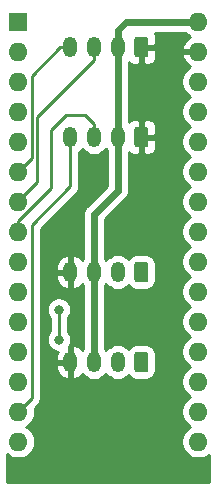
<source format=gbr>
G04 #@! TF.GenerationSoftware,KiCad,Pcbnew,(5.1.6-0-10_14)*
G04 #@! TF.CreationDate,2020-08-29T18:54:40+02:00*
G04 #@! TF.ProjectId,NanoFan,4e616e6f-4661-46e2-9e6b-696361645f70,rev?*
G04 #@! TF.SameCoordinates,Original*
G04 #@! TF.FileFunction,Copper,L1,Top*
G04 #@! TF.FilePolarity,Positive*
%FSLAX46Y46*%
G04 Gerber Fmt 4.6, Leading zero omitted, Abs format (unit mm)*
G04 Created by KiCad (PCBNEW (5.1.6-0-10_14)) date 2020-08-29 18:54:40*
%MOMM*%
%LPD*%
G01*
G04 APERTURE LIST*
G04 #@! TA.AperFunction,ComponentPad*
%ADD10O,1.600000X1.600000*%
G04 #@! TD*
G04 #@! TA.AperFunction,ComponentPad*
%ADD11R,1.600000X1.600000*%
G04 #@! TD*
G04 #@! TA.AperFunction,ComponentPad*
%ADD12O,1.200000X1.750000*%
G04 #@! TD*
G04 #@! TA.AperFunction,ViaPad*
%ADD13C,0.800000*%
G04 #@! TD*
G04 #@! TA.AperFunction,Conductor*
%ADD14C,0.600000*%
G04 #@! TD*
G04 #@! TA.AperFunction,Conductor*
%ADD15C,0.250000*%
G04 #@! TD*
G04 #@! TA.AperFunction,Conductor*
%ADD16C,0.254000*%
G04 #@! TD*
G04 APERTURE END LIST*
D10*
X140081000Y-122936000D03*
X124841000Y-122936000D03*
X140081000Y-87376000D03*
X124841000Y-120396000D03*
X140081000Y-89916000D03*
X124841000Y-117856000D03*
X140081000Y-92456000D03*
X124841000Y-115316000D03*
X140081000Y-94996000D03*
X124841000Y-112776000D03*
X140081000Y-97536000D03*
X124841000Y-110236000D03*
X140081000Y-100076000D03*
X124841000Y-107696000D03*
X140081000Y-102616000D03*
X124841000Y-105156000D03*
X140081000Y-105156000D03*
X124841000Y-102616000D03*
X140081000Y-107696000D03*
X124841000Y-100076000D03*
X140081000Y-110236000D03*
X124841000Y-97536000D03*
X140081000Y-112776000D03*
X124841000Y-94996000D03*
X140081000Y-115316000D03*
X124841000Y-92456000D03*
X140081000Y-117856000D03*
X124841000Y-89916000D03*
X140081000Y-120396000D03*
D11*
X124841000Y-87376000D03*
D12*
X129255000Y-97155000D03*
X131255000Y-97155000D03*
X133255000Y-97155000D03*
G04 #@! TA.AperFunction,ComponentPad*
G36*
G01*
X135855000Y-96529999D02*
X135855000Y-97780001D01*
G75*
G02*
X135605001Y-98030000I-249999J0D01*
G01*
X134904999Y-98030000D01*
G75*
G02*
X134655000Y-97780001I0J249999D01*
G01*
X134655000Y-96529999D01*
G75*
G02*
X134904999Y-96280000I249999J0D01*
G01*
X135605001Y-96280000D01*
G75*
G02*
X135855000Y-96529999I0J-249999D01*
G01*
G37*
G04 #@! TD.AperFunction*
X129255000Y-89535000D03*
X131255000Y-89535000D03*
X133255000Y-89535000D03*
G04 #@! TA.AperFunction,ComponentPad*
G36*
G01*
X135855000Y-88909999D02*
X135855000Y-90160001D01*
G75*
G02*
X135605001Y-90410000I-249999J0D01*
G01*
X134904999Y-90410000D01*
G75*
G02*
X134655000Y-90160001I0J249999D01*
G01*
X134655000Y-88909999D01*
G75*
G02*
X134904999Y-88660000I249999J0D01*
G01*
X135605001Y-88660000D01*
G75*
G02*
X135855000Y-88909999I0J-249999D01*
G01*
G37*
G04 #@! TD.AperFunction*
X129255000Y-116205000D03*
X131255000Y-116205000D03*
X133255000Y-116205000D03*
G04 #@! TA.AperFunction,ComponentPad*
G36*
G01*
X135855000Y-115579999D02*
X135855000Y-116830001D01*
G75*
G02*
X135605001Y-117080000I-249999J0D01*
G01*
X134904999Y-117080000D01*
G75*
G02*
X134655000Y-116830001I0J249999D01*
G01*
X134655000Y-115579999D01*
G75*
G02*
X134904999Y-115330000I249999J0D01*
G01*
X135605001Y-115330000D01*
G75*
G02*
X135855000Y-115579999I0J-249999D01*
G01*
G37*
G04 #@! TD.AperFunction*
X129255000Y-108585000D03*
X131255000Y-108585000D03*
X133255000Y-108585000D03*
G04 #@! TA.AperFunction,ComponentPad*
G36*
G01*
X135855000Y-107959999D02*
X135855000Y-109210001D01*
G75*
G02*
X135605001Y-109460000I-249999J0D01*
G01*
X134904999Y-109460000D01*
G75*
G02*
X134655000Y-109210001I0J249999D01*
G01*
X134655000Y-107959999D01*
G75*
G02*
X134904999Y-107710000I249999J0D01*
G01*
X135605001Y-107710000D01*
G75*
G02*
X135855000Y-107959999I0J-249999D01*
G01*
G37*
G04 #@! TD.AperFunction*
D13*
X128270000Y-114300000D03*
X128270000Y-111760000D03*
D14*
X133255000Y-89535000D02*
X133255000Y-97155000D01*
X133255000Y-97155000D02*
X133255000Y-101695000D01*
X131255000Y-103695000D02*
X131255000Y-108585000D01*
X133255000Y-101695000D02*
X131255000Y-103695000D01*
X131255000Y-108585000D02*
X131255000Y-116205000D01*
X133255000Y-88060000D02*
X133255000Y-89535000D01*
X133939000Y-87376000D02*
X133255000Y-88060000D01*
X140081000Y-87376000D02*
X133939000Y-87376000D01*
D15*
X128270000Y-114300000D02*
X128270000Y-111760000D01*
X129255000Y-98280000D02*
X129255000Y-97155000D01*
X129255000Y-101327000D02*
X129255000Y-98280000D01*
X125966001Y-104615999D02*
X129255000Y-101327000D01*
X125966001Y-119270999D02*
X125966001Y-104615999D01*
X124841000Y-120396000D02*
X125966001Y-119270999D01*
X128405000Y-89535000D02*
X129255000Y-89535000D01*
X125966001Y-98950999D02*
X125966001Y-91973999D01*
X125966001Y-91973999D02*
X128405000Y-89535000D01*
X124841000Y-100076000D02*
X125966001Y-98950999D01*
X130475000Y-95250000D02*
X131255000Y-96030000D01*
X127635000Y-101487002D02*
X127635000Y-96520000D01*
X128905000Y-95250000D02*
X130475000Y-95250000D01*
X124841000Y-104281002D02*
X127635000Y-101487002D01*
X131255000Y-96030000D02*
X131255000Y-97155000D01*
X127635000Y-96520000D02*
X128905000Y-95250000D01*
X124841000Y-105156000D02*
X124841000Y-104281002D01*
X131255000Y-90660000D02*
X131255000Y-89535000D01*
X124841000Y-102616000D02*
X124841000Y-102564590D01*
X124841000Y-102564590D02*
X126416012Y-100989578D01*
X126416012Y-100989578D02*
X126416012Y-95498988D01*
X126416012Y-95498988D02*
X131255000Y-90660000D01*
D16*
G36*
X139166241Y-88490637D02*
G01*
X139401273Y-88647680D01*
X139411865Y-88652067D01*
X139225869Y-88763615D01*
X139017481Y-88952586D01*
X138849963Y-89178580D01*
X138729754Y-89432913D01*
X138689096Y-89566961D01*
X138811085Y-89789000D01*
X139954000Y-89789000D01*
X139954000Y-89769000D01*
X140208000Y-89769000D01*
X140208000Y-89789000D01*
X140228000Y-89789000D01*
X140228000Y-90043000D01*
X140208000Y-90043000D01*
X140208000Y-90063000D01*
X139954000Y-90063000D01*
X139954000Y-90043000D01*
X138811085Y-90043000D01*
X138689096Y-90265039D01*
X138729754Y-90399087D01*
X138849963Y-90653420D01*
X139017481Y-90879414D01*
X139225869Y-91068385D01*
X139411865Y-91179933D01*
X139401273Y-91184320D01*
X139166241Y-91341363D01*
X138966363Y-91541241D01*
X138809320Y-91776273D01*
X138701147Y-92037426D01*
X138646000Y-92314665D01*
X138646000Y-92597335D01*
X138701147Y-92874574D01*
X138809320Y-93135727D01*
X138966363Y-93370759D01*
X139166241Y-93570637D01*
X139398759Y-93726000D01*
X139166241Y-93881363D01*
X138966363Y-94081241D01*
X138809320Y-94316273D01*
X138701147Y-94577426D01*
X138646000Y-94854665D01*
X138646000Y-95137335D01*
X138701147Y-95414574D01*
X138809320Y-95675727D01*
X138966363Y-95910759D01*
X139166241Y-96110637D01*
X139398759Y-96266000D01*
X139166241Y-96421363D01*
X138966363Y-96621241D01*
X138809320Y-96856273D01*
X138701147Y-97117426D01*
X138646000Y-97394665D01*
X138646000Y-97677335D01*
X138701147Y-97954574D01*
X138809320Y-98215727D01*
X138966363Y-98450759D01*
X139166241Y-98650637D01*
X139398759Y-98806000D01*
X139166241Y-98961363D01*
X138966363Y-99161241D01*
X138809320Y-99396273D01*
X138701147Y-99657426D01*
X138646000Y-99934665D01*
X138646000Y-100217335D01*
X138701147Y-100494574D01*
X138809320Y-100755727D01*
X138966363Y-100990759D01*
X139166241Y-101190637D01*
X139398759Y-101346000D01*
X139166241Y-101501363D01*
X138966363Y-101701241D01*
X138809320Y-101936273D01*
X138701147Y-102197426D01*
X138646000Y-102474665D01*
X138646000Y-102757335D01*
X138701147Y-103034574D01*
X138809320Y-103295727D01*
X138966363Y-103530759D01*
X139166241Y-103730637D01*
X139398759Y-103886000D01*
X139166241Y-104041363D01*
X138966363Y-104241241D01*
X138809320Y-104476273D01*
X138701147Y-104737426D01*
X138646000Y-105014665D01*
X138646000Y-105297335D01*
X138701147Y-105574574D01*
X138809320Y-105835727D01*
X138966363Y-106070759D01*
X139166241Y-106270637D01*
X139398759Y-106426000D01*
X139166241Y-106581363D01*
X138966363Y-106781241D01*
X138809320Y-107016273D01*
X138701147Y-107277426D01*
X138646000Y-107554665D01*
X138646000Y-107837335D01*
X138701147Y-108114574D01*
X138809320Y-108375727D01*
X138966363Y-108610759D01*
X139166241Y-108810637D01*
X139398759Y-108966000D01*
X139166241Y-109121363D01*
X138966363Y-109321241D01*
X138809320Y-109556273D01*
X138701147Y-109817426D01*
X138646000Y-110094665D01*
X138646000Y-110377335D01*
X138701147Y-110654574D01*
X138809320Y-110915727D01*
X138966363Y-111150759D01*
X139166241Y-111350637D01*
X139398759Y-111506000D01*
X139166241Y-111661363D01*
X138966363Y-111861241D01*
X138809320Y-112096273D01*
X138701147Y-112357426D01*
X138646000Y-112634665D01*
X138646000Y-112917335D01*
X138701147Y-113194574D01*
X138809320Y-113455727D01*
X138966363Y-113690759D01*
X139166241Y-113890637D01*
X139398759Y-114046000D01*
X139166241Y-114201363D01*
X138966363Y-114401241D01*
X138809320Y-114636273D01*
X138701147Y-114897426D01*
X138646000Y-115174665D01*
X138646000Y-115457335D01*
X138701147Y-115734574D01*
X138809320Y-115995727D01*
X138966363Y-116230759D01*
X139166241Y-116430637D01*
X139398759Y-116586000D01*
X139166241Y-116741363D01*
X138966363Y-116941241D01*
X138809320Y-117176273D01*
X138701147Y-117437426D01*
X138646000Y-117714665D01*
X138646000Y-117997335D01*
X138701147Y-118274574D01*
X138809320Y-118535727D01*
X138966363Y-118770759D01*
X139166241Y-118970637D01*
X139398759Y-119126000D01*
X139166241Y-119281363D01*
X138966363Y-119481241D01*
X138809320Y-119716273D01*
X138701147Y-119977426D01*
X138646000Y-120254665D01*
X138646000Y-120537335D01*
X138701147Y-120814574D01*
X138809320Y-121075727D01*
X138966363Y-121310759D01*
X139166241Y-121510637D01*
X139398759Y-121666000D01*
X139166241Y-121821363D01*
X138966363Y-122021241D01*
X138809320Y-122256273D01*
X138701147Y-122517426D01*
X138646000Y-122794665D01*
X138646000Y-123077335D01*
X138701147Y-123354574D01*
X138809320Y-123615727D01*
X138966363Y-123850759D01*
X139166241Y-124050637D01*
X139401273Y-124207680D01*
X139662426Y-124315853D01*
X139939665Y-124371000D01*
X140222335Y-124371000D01*
X140499574Y-124315853D01*
X140760727Y-124207680D01*
X140945000Y-124084553D01*
X140945000Y-126340000D01*
X123850000Y-126340000D01*
X123850000Y-123974396D01*
X123926241Y-124050637D01*
X124161273Y-124207680D01*
X124422426Y-124315853D01*
X124699665Y-124371000D01*
X124982335Y-124371000D01*
X125259574Y-124315853D01*
X125520727Y-124207680D01*
X125755759Y-124050637D01*
X125955637Y-123850759D01*
X126112680Y-123615727D01*
X126220853Y-123354574D01*
X126276000Y-123077335D01*
X126276000Y-122794665D01*
X126220853Y-122517426D01*
X126112680Y-122256273D01*
X125955637Y-122021241D01*
X125755759Y-121821363D01*
X125523241Y-121666000D01*
X125755759Y-121510637D01*
X125955637Y-121310759D01*
X126112680Y-121075727D01*
X126220853Y-120814574D01*
X126276000Y-120537335D01*
X126276000Y-120254665D01*
X126239688Y-120072114D01*
X126477005Y-119834797D01*
X126506002Y-119811000D01*
X126600975Y-119695275D01*
X126671547Y-119563246D01*
X126715004Y-119419985D01*
X126726001Y-119308332D01*
X126726001Y-119308324D01*
X126729677Y-119270999D01*
X126726001Y-119233674D01*
X126726001Y-116332000D01*
X128020000Y-116332000D01*
X128020000Y-116607000D01*
X128068507Y-116845496D01*
X128162610Y-117069946D01*
X128298693Y-117271725D01*
X128471526Y-117443078D01*
X128674467Y-117577421D01*
X128899718Y-117669591D01*
X128937391Y-117673462D01*
X129128000Y-117548731D01*
X129128000Y-116332000D01*
X128020000Y-116332000D01*
X126726001Y-116332000D01*
X126726001Y-111658061D01*
X127235000Y-111658061D01*
X127235000Y-111861939D01*
X127274774Y-112061898D01*
X127352795Y-112250256D01*
X127466063Y-112419774D01*
X127510001Y-112463712D01*
X127510000Y-113596289D01*
X127466063Y-113640226D01*
X127352795Y-113809744D01*
X127274774Y-113998102D01*
X127235000Y-114198061D01*
X127235000Y-114401939D01*
X127274774Y-114601898D01*
X127352795Y-114790256D01*
X127466063Y-114959774D01*
X127610226Y-115103937D01*
X127779744Y-115217205D01*
X127968102Y-115295226D01*
X128166260Y-115334642D01*
X128162610Y-115340054D01*
X128068507Y-115564504D01*
X128020000Y-115803000D01*
X128020000Y-116078000D01*
X129128000Y-116078000D01*
X129128000Y-114878863D01*
X129187205Y-114790256D01*
X129265226Y-114601898D01*
X129305000Y-114401939D01*
X129305000Y-114198061D01*
X129265226Y-113998102D01*
X129187205Y-113809744D01*
X129073937Y-113640226D01*
X129030000Y-113596289D01*
X129030000Y-112463711D01*
X129073937Y-112419774D01*
X129187205Y-112250256D01*
X129265226Y-112061898D01*
X129305000Y-111861939D01*
X129305000Y-111658061D01*
X129265226Y-111458102D01*
X129187205Y-111269744D01*
X129073937Y-111100226D01*
X128929774Y-110956063D01*
X128760256Y-110842795D01*
X128571898Y-110764774D01*
X128371939Y-110725000D01*
X128168061Y-110725000D01*
X127968102Y-110764774D01*
X127779744Y-110842795D01*
X127610226Y-110956063D01*
X127466063Y-111100226D01*
X127352795Y-111269744D01*
X127274774Y-111458102D01*
X127235000Y-111658061D01*
X126726001Y-111658061D01*
X126726001Y-108712000D01*
X128020000Y-108712000D01*
X128020000Y-108987000D01*
X128068507Y-109225496D01*
X128162610Y-109449946D01*
X128298693Y-109651725D01*
X128471526Y-109823078D01*
X128674467Y-109957421D01*
X128899718Y-110049591D01*
X128937391Y-110053462D01*
X129128000Y-109928731D01*
X129128000Y-108712000D01*
X128020000Y-108712000D01*
X126726001Y-108712000D01*
X126726001Y-108183000D01*
X128020000Y-108183000D01*
X128020000Y-108458000D01*
X129128000Y-108458000D01*
X129128000Y-107241269D01*
X128937391Y-107116538D01*
X128899718Y-107120409D01*
X128674467Y-107212579D01*
X128471526Y-107346922D01*
X128298693Y-107518275D01*
X128162610Y-107720054D01*
X128068507Y-107944504D01*
X128020000Y-108183000D01*
X126726001Y-108183000D01*
X126726001Y-104930800D01*
X129766004Y-101890798D01*
X129795001Y-101867001D01*
X129821332Y-101834917D01*
X129889974Y-101751277D01*
X129960546Y-101619247D01*
X129960546Y-101619246D01*
X130004003Y-101475986D01*
X130015000Y-101364333D01*
X130015000Y-101364323D01*
X130018676Y-101327000D01*
X130015000Y-101289678D01*
X130015000Y-98403933D01*
X130132502Y-98307502D01*
X130255000Y-98158237D01*
X130377498Y-98307502D01*
X130565551Y-98461833D01*
X130780099Y-98576511D01*
X131012898Y-98647130D01*
X131255000Y-98670975D01*
X131497101Y-98647130D01*
X131729900Y-98576511D01*
X131944448Y-98461833D01*
X132132502Y-98307502D01*
X132255000Y-98158237D01*
X132320000Y-98237440D01*
X132320001Y-101307709D01*
X130626341Y-103001370D01*
X130590656Y-103030656D01*
X130473814Y-103173029D01*
X130386993Y-103335461D01*
X130333529Y-103511708D01*
X130333529Y-103511709D01*
X130315476Y-103695000D01*
X130320000Y-103740932D01*
X130320001Y-107502560D01*
X130254520Y-107582349D01*
X130211307Y-107518275D01*
X130038474Y-107346922D01*
X129835533Y-107212579D01*
X129610282Y-107120409D01*
X129572609Y-107116538D01*
X129382000Y-107241269D01*
X129382000Y-108458000D01*
X129402000Y-108458000D01*
X129402000Y-108712000D01*
X129382000Y-108712000D01*
X129382000Y-109928731D01*
X129572609Y-110053462D01*
X129610282Y-110049591D01*
X129835533Y-109957421D01*
X130038474Y-109823078D01*
X130211307Y-109651725D01*
X130254519Y-109587651D01*
X130320000Y-109667440D01*
X130320001Y-115122560D01*
X130254520Y-115202349D01*
X130211307Y-115138275D01*
X130038474Y-114966922D01*
X129835533Y-114832579D01*
X129610282Y-114740409D01*
X129572609Y-114736538D01*
X129382000Y-114861269D01*
X129382000Y-116078000D01*
X129402000Y-116078000D01*
X129402000Y-116332000D01*
X129382000Y-116332000D01*
X129382000Y-117548731D01*
X129572609Y-117673462D01*
X129610282Y-117669591D01*
X129835533Y-117577421D01*
X130038474Y-117443078D01*
X130211307Y-117271725D01*
X130254519Y-117207651D01*
X130377498Y-117357502D01*
X130565551Y-117511833D01*
X130780099Y-117626511D01*
X131012898Y-117697130D01*
X131255000Y-117720975D01*
X131497101Y-117697130D01*
X131729900Y-117626511D01*
X131944448Y-117511833D01*
X132132502Y-117357502D01*
X132255000Y-117208237D01*
X132377498Y-117357502D01*
X132565551Y-117511833D01*
X132780099Y-117626511D01*
X133012898Y-117697130D01*
X133255000Y-117720975D01*
X133497101Y-117697130D01*
X133729900Y-117626511D01*
X133944448Y-117511833D01*
X134132502Y-117357502D01*
X134164191Y-117318889D01*
X134166595Y-117323387D01*
X134277038Y-117457962D01*
X134411613Y-117568405D01*
X134565149Y-117650472D01*
X134731745Y-117701008D01*
X134904999Y-117718072D01*
X135605001Y-117718072D01*
X135778255Y-117701008D01*
X135944851Y-117650472D01*
X136098387Y-117568405D01*
X136232962Y-117457962D01*
X136343405Y-117323387D01*
X136425472Y-117169851D01*
X136476008Y-117003255D01*
X136493072Y-116830001D01*
X136493072Y-115579999D01*
X136476008Y-115406745D01*
X136425472Y-115240149D01*
X136343405Y-115086613D01*
X136232962Y-114952038D01*
X136098387Y-114841595D01*
X135944851Y-114759528D01*
X135778255Y-114708992D01*
X135605001Y-114691928D01*
X134904999Y-114691928D01*
X134731745Y-114708992D01*
X134565149Y-114759528D01*
X134411613Y-114841595D01*
X134277038Y-114952038D01*
X134166595Y-115086613D01*
X134164191Y-115091111D01*
X134132502Y-115052498D01*
X133944449Y-114898167D01*
X133729901Y-114783489D01*
X133497102Y-114712870D01*
X133255000Y-114689025D01*
X133012899Y-114712870D01*
X132780100Y-114783489D01*
X132565552Y-114898167D01*
X132377499Y-115052498D01*
X132255001Y-115201763D01*
X132190000Y-115122560D01*
X132190000Y-109667440D01*
X132255000Y-109588237D01*
X132377498Y-109737502D01*
X132565551Y-109891833D01*
X132780099Y-110006511D01*
X133012898Y-110077130D01*
X133255000Y-110100975D01*
X133497101Y-110077130D01*
X133729900Y-110006511D01*
X133944448Y-109891833D01*
X134132502Y-109737502D01*
X134164191Y-109698889D01*
X134166595Y-109703387D01*
X134277038Y-109837962D01*
X134411613Y-109948405D01*
X134565149Y-110030472D01*
X134731745Y-110081008D01*
X134904999Y-110098072D01*
X135605001Y-110098072D01*
X135778255Y-110081008D01*
X135944851Y-110030472D01*
X136098387Y-109948405D01*
X136232962Y-109837962D01*
X136343405Y-109703387D01*
X136425472Y-109549851D01*
X136476008Y-109383255D01*
X136493072Y-109210001D01*
X136493072Y-107959999D01*
X136476008Y-107786745D01*
X136425472Y-107620149D01*
X136343405Y-107466613D01*
X136232962Y-107332038D01*
X136098387Y-107221595D01*
X135944851Y-107139528D01*
X135778255Y-107088992D01*
X135605001Y-107071928D01*
X134904999Y-107071928D01*
X134731745Y-107088992D01*
X134565149Y-107139528D01*
X134411613Y-107221595D01*
X134277038Y-107332038D01*
X134166595Y-107466613D01*
X134164191Y-107471111D01*
X134132502Y-107432498D01*
X133944449Y-107278167D01*
X133729901Y-107163489D01*
X133497102Y-107092870D01*
X133255000Y-107069025D01*
X133012899Y-107092870D01*
X132780100Y-107163489D01*
X132565552Y-107278167D01*
X132377499Y-107432498D01*
X132255000Y-107581763D01*
X132190000Y-107502560D01*
X132190000Y-104082289D01*
X133883664Y-102388626D01*
X133919344Y-102359344D01*
X134036186Y-102216972D01*
X134123007Y-102054540D01*
X134176471Y-101878292D01*
X134190000Y-101740932D01*
X134194524Y-101695001D01*
X134190000Y-101649069D01*
X134190000Y-98464351D01*
X134203815Y-98481185D01*
X134300506Y-98560537D01*
X134410820Y-98619502D01*
X134530518Y-98655812D01*
X134655000Y-98668072D01*
X134969250Y-98665000D01*
X135128000Y-98506250D01*
X135128000Y-97282000D01*
X135382000Y-97282000D01*
X135382000Y-98506250D01*
X135540750Y-98665000D01*
X135855000Y-98668072D01*
X135979482Y-98655812D01*
X136099180Y-98619502D01*
X136209494Y-98560537D01*
X136306185Y-98481185D01*
X136385537Y-98384494D01*
X136444502Y-98274180D01*
X136480812Y-98154482D01*
X136493072Y-98030000D01*
X136490000Y-97440750D01*
X136331250Y-97282000D01*
X135382000Y-97282000D01*
X135128000Y-97282000D01*
X135108000Y-97282000D01*
X135108000Y-97028000D01*
X135128000Y-97028000D01*
X135128000Y-95803750D01*
X135382000Y-95803750D01*
X135382000Y-97028000D01*
X136331250Y-97028000D01*
X136490000Y-96869250D01*
X136493072Y-96280000D01*
X136480812Y-96155518D01*
X136444502Y-96035820D01*
X136385537Y-95925506D01*
X136306185Y-95828815D01*
X136209494Y-95749463D01*
X136099180Y-95690498D01*
X135979482Y-95654188D01*
X135855000Y-95641928D01*
X135540750Y-95645000D01*
X135382000Y-95803750D01*
X135128000Y-95803750D01*
X134969250Y-95645000D01*
X134655000Y-95641928D01*
X134530518Y-95654188D01*
X134410820Y-95690498D01*
X134300506Y-95749463D01*
X134203815Y-95828815D01*
X134190000Y-95845649D01*
X134190000Y-90844351D01*
X134203815Y-90861185D01*
X134300506Y-90940537D01*
X134410820Y-90999502D01*
X134530518Y-91035812D01*
X134655000Y-91048072D01*
X134969250Y-91045000D01*
X135128000Y-90886250D01*
X135128000Y-89662000D01*
X135382000Y-89662000D01*
X135382000Y-90886250D01*
X135540750Y-91045000D01*
X135855000Y-91048072D01*
X135979482Y-91035812D01*
X136099180Y-90999502D01*
X136209494Y-90940537D01*
X136306185Y-90861185D01*
X136385537Y-90764494D01*
X136444502Y-90654180D01*
X136480812Y-90534482D01*
X136493072Y-90410000D01*
X136490000Y-89820750D01*
X136331250Y-89662000D01*
X135382000Y-89662000D01*
X135128000Y-89662000D01*
X135108000Y-89662000D01*
X135108000Y-89408000D01*
X135128000Y-89408000D01*
X135128000Y-89388000D01*
X135382000Y-89388000D01*
X135382000Y-89408000D01*
X136331250Y-89408000D01*
X136490000Y-89249250D01*
X136493072Y-88660000D01*
X136480812Y-88535518D01*
X136444502Y-88415820D01*
X136388474Y-88311000D01*
X138986604Y-88311000D01*
X139166241Y-88490637D01*
G37*
X139166241Y-88490637D02*
X139401273Y-88647680D01*
X139411865Y-88652067D01*
X139225869Y-88763615D01*
X139017481Y-88952586D01*
X138849963Y-89178580D01*
X138729754Y-89432913D01*
X138689096Y-89566961D01*
X138811085Y-89789000D01*
X139954000Y-89789000D01*
X139954000Y-89769000D01*
X140208000Y-89769000D01*
X140208000Y-89789000D01*
X140228000Y-89789000D01*
X140228000Y-90043000D01*
X140208000Y-90043000D01*
X140208000Y-90063000D01*
X139954000Y-90063000D01*
X139954000Y-90043000D01*
X138811085Y-90043000D01*
X138689096Y-90265039D01*
X138729754Y-90399087D01*
X138849963Y-90653420D01*
X139017481Y-90879414D01*
X139225869Y-91068385D01*
X139411865Y-91179933D01*
X139401273Y-91184320D01*
X139166241Y-91341363D01*
X138966363Y-91541241D01*
X138809320Y-91776273D01*
X138701147Y-92037426D01*
X138646000Y-92314665D01*
X138646000Y-92597335D01*
X138701147Y-92874574D01*
X138809320Y-93135727D01*
X138966363Y-93370759D01*
X139166241Y-93570637D01*
X139398759Y-93726000D01*
X139166241Y-93881363D01*
X138966363Y-94081241D01*
X138809320Y-94316273D01*
X138701147Y-94577426D01*
X138646000Y-94854665D01*
X138646000Y-95137335D01*
X138701147Y-95414574D01*
X138809320Y-95675727D01*
X138966363Y-95910759D01*
X139166241Y-96110637D01*
X139398759Y-96266000D01*
X139166241Y-96421363D01*
X138966363Y-96621241D01*
X138809320Y-96856273D01*
X138701147Y-97117426D01*
X138646000Y-97394665D01*
X138646000Y-97677335D01*
X138701147Y-97954574D01*
X138809320Y-98215727D01*
X138966363Y-98450759D01*
X139166241Y-98650637D01*
X139398759Y-98806000D01*
X139166241Y-98961363D01*
X138966363Y-99161241D01*
X138809320Y-99396273D01*
X138701147Y-99657426D01*
X138646000Y-99934665D01*
X138646000Y-100217335D01*
X138701147Y-100494574D01*
X138809320Y-100755727D01*
X138966363Y-100990759D01*
X139166241Y-101190637D01*
X139398759Y-101346000D01*
X139166241Y-101501363D01*
X138966363Y-101701241D01*
X138809320Y-101936273D01*
X138701147Y-102197426D01*
X138646000Y-102474665D01*
X138646000Y-102757335D01*
X138701147Y-103034574D01*
X138809320Y-103295727D01*
X138966363Y-103530759D01*
X139166241Y-103730637D01*
X139398759Y-103886000D01*
X139166241Y-104041363D01*
X138966363Y-104241241D01*
X138809320Y-104476273D01*
X138701147Y-104737426D01*
X138646000Y-105014665D01*
X138646000Y-105297335D01*
X138701147Y-105574574D01*
X138809320Y-105835727D01*
X138966363Y-106070759D01*
X139166241Y-106270637D01*
X139398759Y-106426000D01*
X139166241Y-106581363D01*
X138966363Y-106781241D01*
X138809320Y-107016273D01*
X138701147Y-107277426D01*
X138646000Y-107554665D01*
X138646000Y-107837335D01*
X138701147Y-108114574D01*
X138809320Y-108375727D01*
X138966363Y-108610759D01*
X139166241Y-108810637D01*
X139398759Y-108966000D01*
X139166241Y-109121363D01*
X138966363Y-109321241D01*
X138809320Y-109556273D01*
X138701147Y-109817426D01*
X138646000Y-110094665D01*
X138646000Y-110377335D01*
X138701147Y-110654574D01*
X138809320Y-110915727D01*
X138966363Y-111150759D01*
X139166241Y-111350637D01*
X139398759Y-111506000D01*
X139166241Y-111661363D01*
X138966363Y-111861241D01*
X138809320Y-112096273D01*
X138701147Y-112357426D01*
X138646000Y-112634665D01*
X138646000Y-112917335D01*
X138701147Y-113194574D01*
X138809320Y-113455727D01*
X138966363Y-113690759D01*
X139166241Y-113890637D01*
X139398759Y-114046000D01*
X139166241Y-114201363D01*
X138966363Y-114401241D01*
X138809320Y-114636273D01*
X138701147Y-114897426D01*
X138646000Y-115174665D01*
X138646000Y-115457335D01*
X138701147Y-115734574D01*
X138809320Y-115995727D01*
X138966363Y-116230759D01*
X139166241Y-116430637D01*
X139398759Y-116586000D01*
X139166241Y-116741363D01*
X138966363Y-116941241D01*
X138809320Y-117176273D01*
X138701147Y-117437426D01*
X138646000Y-117714665D01*
X138646000Y-117997335D01*
X138701147Y-118274574D01*
X138809320Y-118535727D01*
X138966363Y-118770759D01*
X139166241Y-118970637D01*
X139398759Y-119126000D01*
X139166241Y-119281363D01*
X138966363Y-119481241D01*
X138809320Y-119716273D01*
X138701147Y-119977426D01*
X138646000Y-120254665D01*
X138646000Y-120537335D01*
X138701147Y-120814574D01*
X138809320Y-121075727D01*
X138966363Y-121310759D01*
X139166241Y-121510637D01*
X139398759Y-121666000D01*
X139166241Y-121821363D01*
X138966363Y-122021241D01*
X138809320Y-122256273D01*
X138701147Y-122517426D01*
X138646000Y-122794665D01*
X138646000Y-123077335D01*
X138701147Y-123354574D01*
X138809320Y-123615727D01*
X138966363Y-123850759D01*
X139166241Y-124050637D01*
X139401273Y-124207680D01*
X139662426Y-124315853D01*
X139939665Y-124371000D01*
X140222335Y-124371000D01*
X140499574Y-124315853D01*
X140760727Y-124207680D01*
X140945000Y-124084553D01*
X140945000Y-126340000D01*
X123850000Y-126340000D01*
X123850000Y-123974396D01*
X123926241Y-124050637D01*
X124161273Y-124207680D01*
X124422426Y-124315853D01*
X124699665Y-124371000D01*
X124982335Y-124371000D01*
X125259574Y-124315853D01*
X125520727Y-124207680D01*
X125755759Y-124050637D01*
X125955637Y-123850759D01*
X126112680Y-123615727D01*
X126220853Y-123354574D01*
X126276000Y-123077335D01*
X126276000Y-122794665D01*
X126220853Y-122517426D01*
X126112680Y-122256273D01*
X125955637Y-122021241D01*
X125755759Y-121821363D01*
X125523241Y-121666000D01*
X125755759Y-121510637D01*
X125955637Y-121310759D01*
X126112680Y-121075727D01*
X126220853Y-120814574D01*
X126276000Y-120537335D01*
X126276000Y-120254665D01*
X126239688Y-120072114D01*
X126477005Y-119834797D01*
X126506002Y-119811000D01*
X126600975Y-119695275D01*
X126671547Y-119563246D01*
X126715004Y-119419985D01*
X126726001Y-119308332D01*
X126726001Y-119308324D01*
X126729677Y-119270999D01*
X126726001Y-119233674D01*
X126726001Y-116332000D01*
X128020000Y-116332000D01*
X128020000Y-116607000D01*
X128068507Y-116845496D01*
X128162610Y-117069946D01*
X128298693Y-117271725D01*
X128471526Y-117443078D01*
X128674467Y-117577421D01*
X128899718Y-117669591D01*
X128937391Y-117673462D01*
X129128000Y-117548731D01*
X129128000Y-116332000D01*
X128020000Y-116332000D01*
X126726001Y-116332000D01*
X126726001Y-111658061D01*
X127235000Y-111658061D01*
X127235000Y-111861939D01*
X127274774Y-112061898D01*
X127352795Y-112250256D01*
X127466063Y-112419774D01*
X127510001Y-112463712D01*
X127510000Y-113596289D01*
X127466063Y-113640226D01*
X127352795Y-113809744D01*
X127274774Y-113998102D01*
X127235000Y-114198061D01*
X127235000Y-114401939D01*
X127274774Y-114601898D01*
X127352795Y-114790256D01*
X127466063Y-114959774D01*
X127610226Y-115103937D01*
X127779744Y-115217205D01*
X127968102Y-115295226D01*
X128166260Y-115334642D01*
X128162610Y-115340054D01*
X128068507Y-115564504D01*
X128020000Y-115803000D01*
X128020000Y-116078000D01*
X129128000Y-116078000D01*
X129128000Y-114878863D01*
X129187205Y-114790256D01*
X129265226Y-114601898D01*
X129305000Y-114401939D01*
X129305000Y-114198061D01*
X129265226Y-113998102D01*
X129187205Y-113809744D01*
X129073937Y-113640226D01*
X129030000Y-113596289D01*
X129030000Y-112463711D01*
X129073937Y-112419774D01*
X129187205Y-112250256D01*
X129265226Y-112061898D01*
X129305000Y-111861939D01*
X129305000Y-111658061D01*
X129265226Y-111458102D01*
X129187205Y-111269744D01*
X129073937Y-111100226D01*
X128929774Y-110956063D01*
X128760256Y-110842795D01*
X128571898Y-110764774D01*
X128371939Y-110725000D01*
X128168061Y-110725000D01*
X127968102Y-110764774D01*
X127779744Y-110842795D01*
X127610226Y-110956063D01*
X127466063Y-111100226D01*
X127352795Y-111269744D01*
X127274774Y-111458102D01*
X127235000Y-111658061D01*
X126726001Y-111658061D01*
X126726001Y-108712000D01*
X128020000Y-108712000D01*
X128020000Y-108987000D01*
X128068507Y-109225496D01*
X128162610Y-109449946D01*
X128298693Y-109651725D01*
X128471526Y-109823078D01*
X128674467Y-109957421D01*
X128899718Y-110049591D01*
X128937391Y-110053462D01*
X129128000Y-109928731D01*
X129128000Y-108712000D01*
X128020000Y-108712000D01*
X126726001Y-108712000D01*
X126726001Y-108183000D01*
X128020000Y-108183000D01*
X128020000Y-108458000D01*
X129128000Y-108458000D01*
X129128000Y-107241269D01*
X128937391Y-107116538D01*
X128899718Y-107120409D01*
X128674467Y-107212579D01*
X128471526Y-107346922D01*
X128298693Y-107518275D01*
X128162610Y-107720054D01*
X128068507Y-107944504D01*
X128020000Y-108183000D01*
X126726001Y-108183000D01*
X126726001Y-104930800D01*
X129766004Y-101890798D01*
X129795001Y-101867001D01*
X129821332Y-101834917D01*
X129889974Y-101751277D01*
X129960546Y-101619247D01*
X129960546Y-101619246D01*
X130004003Y-101475986D01*
X130015000Y-101364333D01*
X130015000Y-101364323D01*
X130018676Y-101327000D01*
X130015000Y-101289678D01*
X130015000Y-98403933D01*
X130132502Y-98307502D01*
X130255000Y-98158237D01*
X130377498Y-98307502D01*
X130565551Y-98461833D01*
X130780099Y-98576511D01*
X131012898Y-98647130D01*
X131255000Y-98670975D01*
X131497101Y-98647130D01*
X131729900Y-98576511D01*
X131944448Y-98461833D01*
X132132502Y-98307502D01*
X132255000Y-98158237D01*
X132320000Y-98237440D01*
X132320001Y-101307709D01*
X130626341Y-103001370D01*
X130590656Y-103030656D01*
X130473814Y-103173029D01*
X130386993Y-103335461D01*
X130333529Y-103511708D01*
X130333529Y-103511709D01*
X130315476Y-103695000D01*
X130320000Y-103740932D01*
X130320001Y-107502560D01*
X130254520Y-107582349D01*
X130211307Y-107518275D01*
X130038474Y-107346922D01*
X129835533Y-107212579D01*
X129610282Y-107120409D01*
X129572609Y-107116538D01*
X129382000Y-107241269D01*
X129382000Y-108458000D01*
X129402000Y-108458000D01*
X129402000Y-108712000D01*
X129382000Y-108712000D01*
X129382000Y-109928731D01*
X129572609Y-110053462D01*
X129610282Y-110049591D01*
X129835533Y-109957421D01*
X130038474Y-109823078D01*
X130211307Y-109651725D01*
X130254519Y-109587651D01*
X130320000Y-109667440D01*
X130320001Y-115122560D01*
X130254520Y-115202349D01*
X130211307Y-115138275D01*
X130038474Y-114966922D01*
X129835533Y-114832579D01*
X129610282Y-114740409D01*
X129572609Y-114736538D01*
X129382000Y-114861269D01*
X129382000Y-116078000D01*
X129402000Y-116078000D01*
X129402000Y-116332000D01*
X129382000Y-116332000D01*
X129382000Y-117548731D01*
X129572609Y-117673462D01*
X129610282Y-117669591D01*
X129835533Y-117577421D01*
X130038474Y-117443078D01*
X130211307Y-117271725D01*
X130254519Y-117207651D01*
X130377498Y-117357502D01*
X130565551Y-117511833D01*
X130780099Y-117626511D01*
X131012898Y-117697130D01*
X131255000Y-117720975D01*
X131497101Y-117697130D01*
X131729900Y-117626511D01*
X131944448Y-117511833D01*
X132132502Y-117357502D01*
X132255000Y-117208237D01*
X132377498Y-117357502D01*
X132565551Y-117511833D01*
X132780099Y-117626511D01*
X133012898Y-117697130D01*
X133255000Y-117720975D01*
X133497101Y-117697130D01*
X133729900Y-117626511D01*
X133944448Y-117511833D01*
X134132502Y-117357502D01*
X134164191Y-117318889D01*
X134166595Y-117323387D01*
X134277038Y-117457962D01*
X134411613Y-117568405D01*
X134565149Y-117650472D01*
X134731745Y-117701008D01*
X134904999Y-117718072D01*
X135605001Y-117718072D01*
X135778255Y-117701008D01*
X135944851Y-117650472D01*
X136098387Y-117568405D01*
X136232962Y-117457962D01*
X136343405Y-117323387D01*
X136425472Y-117169851D01*
X136476008Y-117003255D01*
X136493072Y-116830001D01*
X136493072Y-115579999D01*
X136476008Y-115406745D01*
X136425472Y-115240149D01*
X136343405Y-115086613D01*
X136232962Y-114952038D01*
X136098387Y-114841595D01*
X135944851Y-114759528D01*
X135778255Y-114708992D01*
X135605001Y-114691928D01*
X134904999Y-114691928D01*
X134731745Y-114708992D01*
X134565149Y-114759528D01*
X134411613Y-114841595D01*
X134277038Y-114952038D01*
X134166595Y-115086613D01*
X134164191Y-115091111D01*
X134132502Y-115052498D01*
X133944449Y-114898167D01*
X133729901Y-114783489D01*
X133497102Y-114712870D01*
X133255000Y-114689025D01*
X133012899Y-114712870D01*
X132780100Y-114783489D01*
X132565552Y-114898167D01*
X132377499Y-115052498D01*
X132255001Y-115201763D01*
X132190000Y-115122560D01*
X132190000Y-109667440D01*
X132255000Y-109588237D01*
X132377498Y-109737502D01*
X132565551Y-109891833D01*
X132780099Y-110006511D01*
X133012898Y-110077130D01*
X133255000Y-110100975D01*
X133497101Y-110077130D01*
X133729900Y-110006511D01*
X133944448Y-109891833D01*
X134132502Y-109737502D01*
X134164191Y-109698889D01*
X134166595Y-109703387D01*
X134277038Y-109837962D01*
X134411613Y-109948405D01*
X134565149Y-110030472D01*
X134731745Y-110081008D01*
X134904999Y-110098072D01*
X135605001Y-110098072D01*
X135778255Y-110081008D01*
X135944851Y-110030472D01*
X136098387Y-109948405D01*
X136232962Y-109837962D01*
X136343405Y-109703387D01*
X136425472Y-109549851D01*
X136476008Y-109383255D01*
X136493072Y-109210001D01*
X136493072Y-107959999D01*
X136476008Y-107786745D01*
X136425472Y-107620149D01*
X136343405Y-107466613D01*
X136232962Y-107332038D01*
X136098387Y-107221595D01*
X135944851Y-107139528D01*
X135778255Y-107088992D01*
X135605001Y-107071928D01*
X134904999Y-107071928D01*
X134731745Y-107088992D01*
X134565149Y-107139528D01*
X134411613Y-107221595D01*
X134277038Y-107332038D01*
X134166595Y-107466613D01*
X134164191Y-107471111D01*
X134132502Y-107432498D01*
X133944449Y-107278167D01*
X133729901Y-107163489D01*
X133497102Y-107092870D01*
X133255000Y-107069025D01*
X133012899Y-107092870D01*
X132780100Y-107163489D01*
X132565552Y-107278167D01*
X132377499Y-107432498D01*
X132255000Y-107581763D01*
X132190000Y-107502560D01*
X132190000Y-104082289D01*
X133883664Y-102388626D01*
X133919344Y-102359344D01*
X134036186Y-102216972D01*
X134123007Y-102054540D01*
X134176471Y-101878292D01*
X134190000Y-101740932D01*
X134194524Y-101695001D01*
X134190000Y-101649069D01*
X134190000Y-98464351D01*
X134203815Y-98481185D01*
X134300506Y-98560537D01*
X134410820Y-98619502D01*
X134530518Y-98655812D01*
X134655000Y-98668072D01*
X134969250Y-98665000D01*
X135128000Y-98506250D01*
X135128000Y-97282000D01*
X135382000Y-97282000D01*
X135382000Y-98506250D01*
X135540750Y-98665000D01*
X135855000Y-98668072D01*
X135979482Y-98655812D01*
X136099180Y-98619502D01*
X136209494Y-98560537D01*
X136306185Y-98481185D01*
X136385537Y-98384494D01*
X136444502Y-98274180D01*
X136480812Y-98154482D01*
X136493072Y-98030000D01*
X136490000Y-97440750D01*
X136331250Y-97282000D01*
X135382000Y-97282000D01*
X135128000Y-97282000D01*
X135108000Y-97282000D01*
X135108000Y-97028000D01*
X135128000Y-97028000D01*
X135128000Y-95803750D01*
X135382000Y-95803750D01*
X135382000Y-97028000D01*
X136331250Y-97028000D01*
X136490000Y-96869250D01*
X136493072Y-96280000D01*
X136480812Y-96155518D01*
X136444502Y-96035820D01*
X136385537Y-95925506D01*
X136306185Y-95828815D01*
X136209494Y-95749463D01*
X136099180Y-95690498D01*
X135979482Y-95654188D01*
X135855000Y-95641928D01*
X135540750Y-95645000D01*
X135382000Y-95803750D01*
X135128000Y-95803750D01*
X134969250Y-95645000D01*
X134655000Y-95641928D01*
X134530518Y-95654188D01*
X134410820Y-95690498D01*
X134300506Y-95749463D01*
X134203815Y-95828815D01*
X134190000Y-95845649D01*
X134190000Y-90844351D01*
X134203815Y-90861185D01*
X134300506Y-90940537D01*
X134410820Y-90999502D01*
X134530518Y-91035812D01*
X134655000Y-91048072D01*
X134969250Y-91045000D01*
X135128000Y-90886250D01*
X135128000Y-89662000D01*
X135382000Y-89662000D01*
X135382000Y-90886250D01*
X135540750Y-91045000D01*
X135855000Y-91048072D01*
X135979482Y-91035812D01*
X136099180Y-90999502D01*
X136209494Y-90940537D01*
X136306185Y-90861185D01*
X136385537Y-90764494D01*
X136444502Y-90654180D01*
X136480812Y-90534482D01*
X136493072Y-90410000D01*
X136490000Y-89820750D01*
X136331250Y-89662000D01*
X135382000Y-89662000D01*
X135128000Y-89662000D01*
X135108000Y-89662000D01*
X135108000Y-89408000D01*
X135128000Y-89408000D01*
X135128000Y-89388000D01*
X135382000Y-89388000D01*
X135382000Y-89408000D01*
X136331250Y-89408000D01*
X136490000Y-89249250D01*
X136493072Y-88660000D01*
X136480812Y-88535518D01*
X136444502Y-88415820D01*
X136388474Y-88311000D01*
X138986604Y-88311000D01*
X139166241Y-88490637D01*
G36*
X124968000Y-94869000D02*
G01*
X124988000Y-94869000D01*
X124988000Y-95123000D01*
X124968000Y-95123000D01*
X124968000Y-95143000D01*
X124714000Y-95143000D01*
X124714000Y-95123000D01*
X124694000Y-95123000D01*
X124694000Y-94869000D01*
X124714000Y-94869000D01*
X124714000Y-94849000D01*
X124968000Y-94849000D01*
X124968000Y-94869000D01*
G37*
X124968000Y-94869000D02*
X124988000Y-94869000D01*
X124988000Y-95123000D01*
X124968000Y-95123000D01*
X124968000Y-95143000D01*
X124714000Y-95143000D01*
X124714000Y-95123000D01*
X124694000Y-95123000D01*
X124694000Y-94869000D01*
X124714000Y-94869000D01*
X124714000Y-94849000D01*
X124968000Y-94849000D01*
X124968000Y-94869000D01*
M02*

</source>
